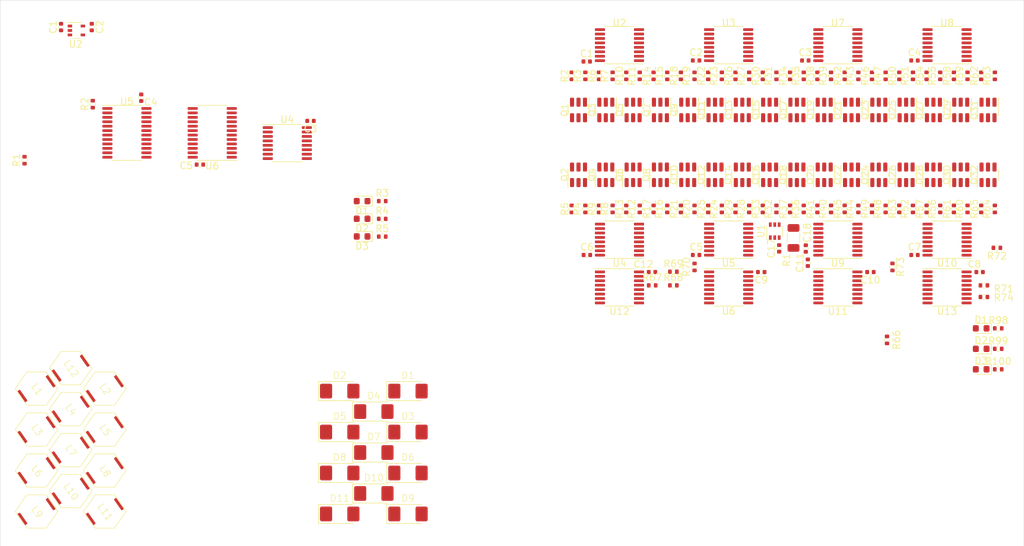
<source format=kicad_pcb>
(kicad_pcb (version 20221018) (generator pcbnew)
  (layers (0 "F.Cu" signal) (31 "B.Cu" signal) (34 "B.Paste" user) (35 "F.Paste" user) (36 "B.SilkS" user "B.Silkscreen") (37 "F.SilkS" user "F.Silkscreen") (38 "B.Mask" user) (39 "F.Mask" user) (44 "Edge.Cuts" user))
  (net 0 "")
  (footprint "Capacitor_SMD:C_0402_1005Metric" (layer "F.Cu") (at 129.97 20.8375)
    (fp_text reference "C3")
    (fp_text value "0.1u")
  )
  (footprint "Capacitor_SMD:C_0402_1005Metric" (layer "F.Cu") (at 155.51 51.8375 180)
    (fp_text reference "C8")
    (fp_text value "0.1u")
  )
  (footprint "Package_TO_SOT_SMD:TSOT-23-6" (layer "F.Cu") (at 152.74 37.5875 90)
    (fp_text reference "Q30")
    (fp_text value "~")
  )
  (footprint "Package_SO:TSSOP-16_4.4x5mm_P0.65mm" (layer "F.Cu") (at 134.74 47.0875 180)
    (fp_text reference "U9")
    (fp_text value "74HC4051")
  )
  (footprint "Resistor_SMD:R_0402_1005Metric" (layer "F.Cu") (at 103.74 23.0875 -90)
    (fp_text reference "R10")
    (fp_text value "10K")
  )
  (footprint "Touchstone:PEST_SMD" (layer "F.Cu") (at 27.331111 74.916423 -55)
    (fp_text reference "L5")
    (fp_text value "~")
  )
  (footprint "Package_TO_SOT_SMD:TSOT-23-6" (layer "F.Cu") (at 104.74 28.0875 -90)
    (fp_text reference "Q5")
    (fp_text value "~")
  )
  (footprint "Resistor_SMD:R_0402_1005Metric" (layer "F.Cu") (at 121.74 42.5875 90)
    (fp_text reference "R28")
    (fp_text value "10K")
  )
  (footprint "Package_TO_SOT_SMD:TSOT-23-6" (layer "F.Cu") (at 152.74 28.0875 -90)
    (fp_text reference "Q29")
    (fp_text value "~")
  )
  (footprint "Package_SO:TSSOP-16_4.4x5mm_P0.65mm" (layer "F.Cu") (at 150.74 54.0875)
    (fp_text reference "U13")
    (fp_text value "74HC4051")
  )
  (footprint "Resistor_SMD:R_0402_1005Metric" (layer "F.Cu") (at 95.74 42.5875 -90)
    (fp_text reference "R5")
    (fp_text value "10K")
  )
  (footprint "Resistor_SMD:R_0402_1005Metric" (layer "F.Cu") (at 105.71 42.5875 90)
    (fp_text reference "R12")
    (fp_text value "10K")
  )
  (footprint "Package_SO:TSSOP-24_4.4x7.8mm_P0.65mm" (layer "F.Cu") (at 30.57 31.44)
    (fp_text reference "U5")
    (fp_text value "TBB9548BPWR")
  )
  (footprint "Capacitor_SMD:C_0402_1005Metric" (layer "F.Cu") (at 123.51 51.8375 180)
    (fp_text reference "C9")
    (fp_text value "0.1u")
  )
  (footprint "Resistor_SMD:R_0402_1005Metric" (layer "F.Cu") (at 115.74 23.0875 -90)
    (fp_text reference "R22")
    (fp_text value "10K")
  )
  (footprint "Capacitor_SMD:C_0402_1005Metric" (layer "F.Cu") (at 20.92 15.94 -90)
    (fp_text reference "C1")
    (fp_text value "0.1u")
  )
  (footprint "Touchstone:PEST_SMD" (layer "F.Cu") (at 22.331111 71.916423 -55)
    (fp_text reference "L4")
    (fp_text value "~")
  )
  (footprint "Capacitor_SMD:C_0402_1005Metric" (layer "F.Cu") (at 32.67 26.29 -90)
    (fp_text reference "C4")
    (fp_text value "0.1u")
  )
  (footprint "Resistor_SMD:R_0402_1005Metric" (layer "F.Cu") (at 143.74 42.5775 -90)
    (fp_text reference "R53")
    (fp_text value "10K")
  )
  (footprint "Package_TO_SOT_SMD:TSOT-23-6" (layer "F.Cu") (at 120.74 37.5875 90)
    (fp_text reference "Q14")
    (fp_text value "~")
  )
  (footprint "Resistor_SMD:R_0402_1005Metric" (layer "F.Cu") (at 67.9825 41.44)
    (fp_text reference "R3")
    (fp_text value "500")
  )
  (footprint "Package_SO:TSSOP-16_4.4x5mm_P0.65mm" (layer "F.Cu") (at 150.74 47.0875 180)
    (fp_text reference "U10")
    (fp_text value "74HC4051")
  )
  (footprint "Resistor_SMD:R_0402_1005Metric" (layer "F.Cu") (at 149.74 23.0875 90)
    (fp_text reference "R55")
    (fp_text value "10K")
  )
  (footprint "Capacitor_SMD:C_0402_1005Metric" (layer "F.Cu") (at 113.97 49.3375)
    (fp_text reference "C5")
    (fp_text value "0.1u")
  )
  (footprint "Resistor_SMD:R_0402_1005Metric" (layer "F.Cu") (at 119.74 23.0875 -90)
    (fp_text reference "R26")
    (fp_text value "10K")
  )
  (footprint "Resistor_SMD:R_0402_1005Metric" (layer "F.Cu") (at 155.74 23.0875 -90)
    (fp_text reference "R62")
    (fp_text value "10K")
  )
  (footprint "Resistor_SMD:R_0402_1005Metric" (layer "F.Cu") (at 115.74 42.5875 -90)
    (fp_text reference "R25")
    (fp_text value "10K")
  )
  (footprint "Resistor_SMD:R_0402_1005Metric" (layer "F.Cu") (at 107.54 53.7875)
    (fp_text reference "R67")
    (fp_text value "10K")
  )
  (footprint "Package_SO:TSSOP-16_4.4x5mm_P0.65mm" (layer "F.Cu") (at 150.74 18.5875 180)
    (fp_text reference "U8")
    (fp_text value "74HC4051")
  )
  (footprint "Capacitor_SMD:C_0402_1005Metric" (layer "F.Cu") (at 126.14 48.3675 90)
    (fp_text reference "C17")
    (fp_text value "0.1u")
  )
  (footprint "Resistor_SMD:R_0402_1005Metric" (layer "F.Cu") (at 127.74 42.5875 -90)
    (fp_text reference "R37")
    (fp_text value "10K")
  )
  (footprint "Resistor_SMD:R_0402_1005Metric" (layer "F.Cu") (at 109.74 42.5875 90)
    (fp_text reference "R16")
    (fp_text value "10K")
  )
  (footprint "Package_TO_SOT_SMD:TSOT-23-6" (layer "F.Cu") (at 104.74 37.5875 90)
    (fp_text reference "Q6")
    (fp_text value "~")
  )
  (footprint "Package_SO:TSSOP-16_4.4x5mm_P0.65mm" (layer "F.Cu") (at 134.74 18.5875 180)
    (fp_text reference "U7")
    (fp_text value "74HC4051")
  )
  (footprint "Touchstone:PEST_SMD" (layer "F.Cu") (at 27.331111 86.916423 -55)
    (fp_text reference "L11")
    (fp_text value "~")
  )
  (footprint "Package_TO_SOT_SMD:TSOT-23-6" (layer "F.Cu") (at 96.74 37.5875 90)
    (fp_text reference "Q2")
    (fp_text value "~")
  )
  (footprint "Resistor_SMD:R_0402_1005Metric" (layer "F.Cu") (at 127.74 23.0875 -90)
    (fp_text reference "R34")
    (fp_text value "10K")
  )
  (footprint "Touchstone:PEST_SMD" (layer "F.Cu") (at 27.331111 80.916423 -55)
    (fp_text reference "L8")
    (fp_text value "~")
  )
  (footprint "Touchstone:ES2A-L Diode" (layer "F.Cu") (at 61.75 69.28)
    (fp_text reference "D2")
    (fp_text value "D")
  )
  (footprint "Resistor_SMD:R_0402_1005Metric" (layer "F.Cu") (at 139.74 23.0875 -90)
    (fp_text reference "R46")
    (fp_text value "10K")
  )
  (footprint "Resistor_SMD:R_0402_1005Metric" (layer "F.Cu") (at 107.74 42.5875 -90)
    (fp_text reference "R17")
    (fp_text value "10K")
  )
  (footprint "Resistor_SMD:R_0402_1005Metric" (layer "F.Cu") (at 110.64 53.7875)
    (fp_text reference "R68")
    (fp_text value "10K")
  )
  (footprint "Resistor_SMD:R_0402_1005Metric" (layer "F.Cu") (at 99.74 23.0875 -90)
    (fp_text reference "R6")
    (fp_text value "10K")
  )
  (footprint "Resistor_SMD:R_0402_1005Metric" (layer "F.Cu") (at 125.74 23.0875 90)
    (fp_text reference "R31")
    (fp_text value "10K")
  )
  (footprint "Touchstone:PEST_SMD" (layer "F.Cu") (at 22.331111 65.916423 -55)
    (fp_text reference "L12")
    (fp_text value "~")
  )
  (footprint "Package_TO_SOT_SMD:TSOT-23-6" (layer "F.Cu") (at 116.74 28.0875 -90)
    (fp_text reference "Q11")
    (fp_text value "~")
  )
  (footprint "Resistor_SMD:R_0402_1005Metric" (layer "F.Cu") (at 147.74 23.0875 -90)
    (fp_text reference "R54")
    (fp_text value "10K")
  )
  (footprint "Resistor_SMD:R_0402_1005Metric" (layer "F.Cu") (at 131.74 42.5875 -90)
    (fp_text reference "R41")
    (fp_text value "10K")
  )
  (footprint "Capacitor_SMD:C_0402_1005Metric" (layer "F.Cu") (at 57.47 29.69 180)
    (fp_text reference "C3")
    (fp_text value "0.1u")
  )
  (footprint "Touchstone:ES2A-L Diode" (layer "F.Cu") (at 61.75 75.28)
    (fp_text reference "D5")
    (fp_text value "D")
  )
  (footprint "Resistor_SMD:R_0402_1005Metric" (layer "F.Cu") (at 129.74 23.0875 90)
    (fp_text reference "R35")
    (fp_text value "10K")
  )
  (footprint "Resistor_SMD:R_0402_1005Metric" (layer "F.Cu") (at 113.74 42.5875 90)
    (fp_text reference "R20")
    (fp_text value "10K")
  )
  (footprint "Resistor_SMD:R_0402_1005Metric" (layer "F.Cu") (at 109.74 23.0875 90)
    (fp_text reference "R15")
    (fp_text value "10K")
  )
  (footprint "LED_SMD:LED_0603_1608Metric" (layer "F.Cu") (at 65.0325 41.44 180)
    (fp_text reference "D1")
    (fp_text value "LED")
  )
  (footprint "Resistor_SMD:R_0402_1005Metric" (layer "F.Cu") (at 111.74 23.0875 -90)
    (fp_text reference "R18")
    (fp_text value "10K")
  )
  (footprint "Resistor_SMD:R_0402_1005Metric" (layer "F.Cu") (at 135.74 42.5775 -90)
    (fp_text reference "R45")
    (fp_text value "10K")
  )
  (footprint "Package_TO_SOT_SMD:TSOT-23-6" (layer "F.Cu") (at 144.74 28.0875 -90)
    (fp_text reference "Q25")
    (fp_text value "~")
  )
  (footprint "Resistor_SMD:R_0402_1005Metric" (layer "F.Cu") (at 113.74 23.0875 90)
    (fp_text reference "R19")
    (fp_text value "10K")
  )
  (footprint "Touchstone:PEST_SMD" (layer "F.Cu") (at 17.331111 68.916423 -55)
    (fp_text reference "L1")
    (fp_text value "~")
  )
  (footprint "Touchstone:ES2A-L Diode" (layer "F.Cu") (at 71.75 87.28)
    (fp_text reference "D9")
    (fp_text value "D")
  )
  (footprint "Package_TO_SOT_SMD:TSOT-23-6" (layer "F.Cu") (at 124.74 37.5875 90)
    (fp_text reference "Q16")
    (fp_text value "~")
  )
  (footprint "Touchstone:ES2A-L Diode" (layer "F.Cu") (at 66.75 84.28)
    (fp_text reference "D10")
    (fp_text value "D")
  )
  (footprint "Touchstone:ES2A-L Diode" (layer "F.Cu") (at 71.75 69.28)
    (fp_text reference "D1")
    (fp_text value "D")
  )
  (footprint "Capacitor_SMD:C_0402_1005Metric" (layer "F.Cu") (at 97.94 20.9875)
    (fp_text reference "C1")
    (fp_text value "0.1u")
  )
  (footprint "Package_TO_SOT_SMD:TSOT-23-6" (layer "F.Cu") (at 120.74 28.0875 -90)
    (fp_text reference "Q13")
    (fp_text value "~")
  )
  (footprint "Resistor_SMD:R_0402_1005Metric" (layer "F.Cu") (at 119.74 42.5875 -90)
    (fp_text reference "R29")
    (fp_text value "10K")
  )
  (footprint "Package_SO:TSSOP-16_4.4x5mm_P0.65mm" (layer "F.Cu") (at 102.74 47.0875 180)
    (fp_text reference "U4")
    (fp_text value "74HC4051")
  )
  (footprint "Package_TO_SOT_SMD:TSOT-23-6" (layer "F.Cu") (at 148.74 37.5875 90)
    (fp_text reference "Q28")
    (fp_text value "~")
  )
  (footprint "Capacitor_SMD:C_0402_1005Metric" (layer "F.Cu") (at 41.27 36.09 180)
    (fp_text reference "C5")
    (fp_text value "0.1u")
  )
  (footprint "Resistor_SMD:R_0402_1005Metric" (layer "F.Cu") (at 67.9825 46.64)
    (fp_text reference "R5")
    (fp_text value "500")
  )
  (footprint "Resistor_SMD:R_0402_1005Metric" (layer "F.Cu") (at 135.74 23.0875 -90)
    (fp_text reference "R42")
    (fp_text value "10K")
  )
  (footprint "Resistor_SMD:R_0402_1005Metric" (layer "F.Cu") (at 158.24 63.0875)
    (fp_text reference "R99")
    (fp_text value "1.2K")
  )
  (footprint "Resistor_SMD:R_0402_1005Metric" (layer "F.Cu") (at 133.74 23.0875 90)
    (fp_text reference "R39")
    (fp_text value "10K")
  )
  (footprint "Resistor_SMD:R_0402_1005Metric" (layer "F.Cu") (at 110.64 51.7875)
    (fp_text reference "R69")
    (fp_text value "10K")
  )
  (footprint "Resistor_SMD:R_1206_3216Metric" (layer "F.Cu") (at 128.24 46.8375 -90)
    (fp_text reference "R1")
    (fp_text value "25m")
  )
  (footprint "Capacitor_SMD:C_0402_1005Metric" (layer "F.Cu") (at 107.51 51.8375 180)
    (fp_text reference "C12")
    (fp_text value "0.1u")
  )
  (footprint "LED_SMD:LED_0603_1608Metric" (layer "F.Cu") (at 65.0325 46.62 180)
    (fp_text reference "D3")
    (fp_text value "LED")
  )
  (footprint "Package_TO_SOT_SMD:TSOT-23-6" (layer "F.Cu") (at 100.74 37.5875 90)
    (fp_text reference "Q4")
    (fp_text value "~")
  )
  (footprint "Resistor_SMD:R_0402_1005Metric" (layer "F.Cu") (at 117.74 42.5875 90)
    (fp_text reference "R24")
    (fp_text value "10K")
  )
  (footprint "Resistor_SMD:R_0402_1005Metric" (layer "F.Cu") (at 107.74 23.0875 -90)
    (fp_text reference "R14")
    (fp_text value "10K")
  )
  (footprint "LED_SMD:LED_0603_1608Metric" (layer "F.Cu") (at 155.74 60.0875 180)
    (fp_text reference "D1")
    (fp_text value "LED")
  )
  (footprint "Resistor_SMD:R_0402_1005Metric" (layer "F.Cu") (at 153.74 23.0775 90)
    (fp_text reference "R59")
    (fp_text value "10K")
  )
  (footprint "Package_TO_SOT_SMD:TSOT-23-6" (layer "F.Cu") (at 148.74 28.0875 -90)
    (fp_text reference "Q27")
    (fp_text value "~")
  )
  (footprint "Package_SO:TSSOP-16_4.4x5mm_P0.65mm" (layer "F.Cu") (at 118.74 54.0875)
    (fp_text reference "U6")
    (fp_text value "74HC595")
  )
  (footprint "Touchstone:PEST_SMD" (layer "F.Cu") (at 22.331111 77.916423 -55)
    (fp_text reference "L7")
    (fp_text value "~")
  )
  (footprint "Package_TO_SOT_SMD:TSOT-23-6" (layer "F.Cu") (at 108.74 28.0875 -90)
    (fp_text reference "Q7")
    (fp_text value "~")
  )
  (footprint "Resistor_SMD:R_0402_1005Metric" (layer "F.Cu") (at 137.74 42.5875 90)
    (fp_text reference "R44")
    (fp_text value "10K")
  )
  (footprint "Resistor_SMD:R_0402_1005Metric" (layer "F.Cu") (at 117.74 23.0875 90)
    (fp_text reference "R23")
    (fp_text value "10K")
  )
  (footprint "Resistor_SMD:R_0402_1005Metric" (layer "F.Cu") (at 113.74 51.0875 90)
    (fp_text reference "R70")
    (fp_text value "10K")
  )
  (footprint "Resistor_SMD:R_0402_1005Metric" (layer "F.Cu") (at 103.74 42.5875 -90)
    (fp_text reference "R13")
    (fp_text value "10K")
  )
  (footprint "Capacitor_SMD:C_0402_1005Metric" (layer "F.Cu") (at 145.97 49.3375)
    (fp_text reference "C7")
    (fp_text value "0.1u")
  )
  (footprint "Resistor_SMD:R_0402_1005Metric" (layer "F.Cu") (at 156.14 53.7875)
    (fp_text reference "R71")
    (fp_text value "10K")
  )
  (footprint "Touchstone:PEST_SMD" (layer "F.Cu") (at 27.331111 68.916423 -55)
    (fp_text reference "L2")
    (fp_text value "~")
  )
  (footprint "Resistor_SMD:R_0402_1005Metric" (layer "F.Cu") (at 129.74 42.5875 90)
    (fp_text reference "R36")
    (fp_text value "10K")
  )
  (footprint "Package_SO:TSSOP-16_4.4x5mm_P0.65mm" (layer "F.Cu") (at 54.07 32.94)
    (fp_text reference "U4")
    (fp_text value "74HB595")
  )
  (footprint "Resistor_SMD:R_0402_1005Metric" (layer "F.Cu") (at 95.74 23.0875 -90)
    (fp_text reference "R2")
    (fp_text value "10K")
  )
  (footprint "Capacitor_SMD:C_0402_1005Metric" (layer "F.Cu") (at 130.04 48.3875 90)
    (fp_text reference "C18")
    (fp_text value "0.1u")
  )
  (footprint "Resistor_SMD:R_0402_1005Metric" (layer "F.Cu") (at 158.04 48.2875 180)
    (fp_text reference "R72")
    (fp_text value "10K")
  )
  (footprint "Resistor_SMD:R_0402_1005Metric" (layer "F.Cu") (at 121.74 23.0875 90)
    (fp_text reference "R27")
    (fp_text value "10K")
  )
  (footprint "Resistor_SMD:R_0402_1005Metric" (layer "F.Cu") (at 123.74 42.5875 -90)
    (fp_text reference "R33")
    (fp_text value "10K")
  )
  (footprint "Capacitor_SMD:C_0402_1005Metric" (layer "F.Cu") (at 113.97 20.8375)
    (fp_text reference "C2")
    (fp_text value "0.1u")
  )
  (footprint "Resistor_SMD:R_0402_1005Metric" (layer "F.Cu") (at 141.74 42.5875 90)
    (fp_text reference "R48")
    (fp_text value "10K")
  )
  (footprint "Resistor_SMD:R_0402_1005Metric" (layer "F.Cu") (at 145.74 23.0875 90)
    (fp_text reference "R51")
    (fp_text value "10K")
  )
  (footprint "Package_TO_SOT_SMD:TSOT-23-6" (layer "F.Cu") (at 112.74 28.0875 -90)
    (fp_text reference "Q9")
    (fp_text value "~")
  )
  (footprint "Resistor_SMD:R_0402_1005Metric" (layer "F.Cu") (at 141.94 61.7775 90)
    (fp_text reference "R66")
    (fp_text value "10K")
  )
  (footprint "Resistor_SMD:R_0402_1005Metric" (layer "F.Cu") (at 153.74 42.5875 90)
    (fp_text reference "R60")
    (fp_text value "10K")
  )
  (footprint "Touchstone:ES2A-L Diode" (layer "F.Cu") (at 61.75 87.28)
    (fp_text reference "D11")
    (fp_text value "D")
  )
  (footprint "Package_TO_SOT_SMD:TSOT-23-6" (layer "F.Cu") (at 156.74 28.0875 -90)
    (fp_text reference "Q31")
    (fp_text value "~")
  )
  (footprint "Package_SO:TSSOP-16_4.4x5mm_P0.65mm" (layer "F.Cu") (at 134.74 54.0875)
    (fp_text reference "U11")
    (fp_text value "74HC595")
  )
  (footprint "LED_SMD:LED_0603_1608Metric" (layer "F.Cu") (at 155.74 63.0875 180)
    (fp_text reference "D2")
    (fp_text value "LED")
  )
  (footprint "Resistor_SMD:R_0402_1005Metric" (layer "F.Cu") (at 157.74 23.0875 90)
    (fp_text reference "R63")
    (fp_text value "10K")
  )
  (footprint "Package_SO:TSSOP-16_4.4x5mm_P0.65mm" (layer "F.Cu") (at 102.74 54.0875)
    (fp_text reference "U12")
    (fp_text value "74HC4051")
  )
  (footprint "Package_SO:TSSOP-16_4.4x5mm_P0.65mm" (layer "F.Cu") (at 102.74 18.5875 180)
    (fp_text reference "U2")
    (fp_text value "74HC4051")
  )
  (footprint "Resistor_SMD:R_0402_1005Metric" (layer "F.Cu") (at 155.74 42.5875 -90)
    (fp_text reference "R65")
    (fp_text value "10K")
  )
  (footprint "Touchstone:ES2A-L Diode" (layer "F.Cu") (at 71.75 81.28)
    (fp_text reference "D6")
    (fp_text value "D")
  )
  (footprint "Resistor_SMD:R_0402_1005Metric" (layer "F.Cu") (at 25.57 27.24 90)
    (fp_text reference "R2")
    (fp_text value "500")
  )
  (footprint "Resistor_SMD:R_0402_1005Metric" (layer "F.Cu") (at 125.74 42.5875 90)
    (fp_text reference "R32")
    (fp_text value "10K")
  )
  (footprint "Resistor_SMD:R_0402_1005Metric" (layer "F.Cu") (at 143.74 23.0875 -90)
    (fp_text reference "R50")
    (fp_text value "10K")
  )
  (footprint "Package_TO_SOT_SMD:SOT-363_SC-70-6" (layer "F.Cu") (at 125.49 45.8375 90)
    (fp_text reference "U1")
    (fp_text value "INA199xxDCK")
  )
  (footprint "Touchstone:PEST_SMD" (layer "F.Cu") (at 22.331111 83.916423 -55)
    (fp_text reference "L10")
    (fp_text value "~")
  )
  (footprint "Resistor_SMD:R_0402_1005Metric" (layer "F.Cu") (at 139.74 42.5775 -90)
    (fp_text reference "R49")
    (fp_text value "10K")
  )
  (footprint "Package_TO_SOT_SMD:TSOT-23-6" (layer "F.Cu") (at 144.74 37.5875 90)
    (fp_text reference "Q26")
    (fp_text value "~")
  )
  (footprint "Resistor_SMD:R_0402_1005Metric" (layer "F.Cu") (at 151.74 42.5875 -90)
    (fp_text reference "R61")
    (fp_text value "10K")
  )
  (footprint "Resistor_SMD:R_0402_1005Metric" (layer "F.Cu") (at 101.74 23.0875 90)
    (fp_text reference "R7")
    (fp_text value "10K")
  )
  (footprint "Resistor_SMD:R_0402_1005Metric" (layer "F.Cu") (at 67.9825 44.04)
    (fp_text reference "R4")
    (fp_text value "500")
  )
  (footprint "Resistor_SMD:R_0402_1005Metric" (layer "F.Cu") (at 97.74 42.5875 90)
    (fp_text reference "R4")
    (fp_text value "10K")
  )
  (footprint "Package_TO_SOT_SMD:SOT-353_SC-70-5" (layer "F.Cu") (at 23.17 16.44)
    (fp_text reference "U2")
    (fp_text value "MIC5365-3.3YC5")
  )
  (footprint "LED_SMD:LED_0603_1608Metric" (layer "F.Cu") (at 65.0325 44.03 180)
    (fp_text reference "D2")
    (fp_text value "LED")
  )
  (footprint "Resistor_SMD:R_0402_1005Metric" (layer "F.Cu") (at 158.24 66.0875)
    (fp_text reference "R100")
    (fp_text value "1.2K")
  )
  (footprint "Package_TO_SOT_SMD:TSOT-23-6" (layer "F.Cu") (at 100.74 28.0875 -90)
    (fp_text reference "Q3")
    (fp_text value "~")
  )
  (footprint "Resistor_SMD:R_0402_1005Metric" (layer "F.Cu") (at 101.74 42.5875 90)
    (fp_text reference "R8")
    (fp_text value "10K")
  )
  (footprint "Resistor_SMD:R_0402_1005Metric" (layer "F.Cu") (at 99.74 42.5875 -90)
    (fp_text reference "R9")
    (fp_text value "10K")
  )
  (footprint "Package_TO_SOT_SMD:TSOT-23-6" (layer "F.Cu") (at 156.74 37.5875 90)
    (fp_text reference "Q32")
    (fp_text value "~")
  )
  (footprint "Package_TO_SOT_SMD:TSOT-23-6" (layer "F.Cu") (at 140.74 28.0875 -90)
    (fp_text reference "Q23")
    (fp_text value "~")
  )
  (footprint "Touchstone:PEST_SMD" (layer "F.Cu") (at 17.331111 80.916423 -55)
    (fp_text reference "L6")
    (fp_text value "~")
  )
  (footprint "Resistor_SMD:R_0402_1005Metric" (layer "F.Cu") (at 137.74 23.0875 90)
    (fp_text reference "R43")
    (fp_text value "10K")
  )
  (footprint "Package_SO:TSSOP-16_4.4x5mm_P0.65mm" (layer "F.Cu") (at 118.74 18.5875 180)
    (fp_text reference "U3")
    (fp_text value "74HC4051")
  )
  (footprint "Capacitor_SMD:C_0402_1005Metric" (layer "F.Cu") (at 145.97 20.8375)
    (fp_text reference "C4")
    (fp_text value "0.1u")
  )
  (footprint "Capacitor_SMD:C_0402_1005Metric" (layer "F.Cu") (at 130.34 50.4675 90)
    (fp_text reference "C11")
    (fp_text value "0.1u")
  )
  (footprint "Resistor_SMD:R_0402_1005Metric" (layer "F.Cu") (at 97.74 23.0875 90)
    (fp_text reference "R3")
    (fp_text value "10K")
  )
  (footprint "Resistor_SMD:R_0402_1005Metric" (layer "F.Cu") (at 15.57 35.45 90)
    (fp_text reference "R1")
    (fp_text value "500")
  )
  (footprint "Package_TO_SOT_SMD:TSOT-23-6" (layer "F.Cu") (at 128.74 37.5875 90)
    (fp_text reference "Q18")
    (fp_text value "~")
  )
  (footprint "Resistor_SMD:R_0402_1005Metric" (layer "F.Cu") (at 147.74 42.5875 -90)
    (fp_text reference "R57")
    (fp_text value "10K")
  )
  (footprint "Touchstone:PEST_SMD" (layer "F.Cu") (at 17.331111 74.916423 -55)
    (fp_text reference "L3")
    (fp_text value "~")
  )
  (footprint "Resistor_SMD:R_0402_1005Metric" (layer "F.Cu") (at 105.71 23.0875 90)
    (fp_text reference "R11")
    (fp_text value "10K")
  )
  (footprint "Package_TO_SOT_SMD:TSOT-23-6" (layer "F.Cu") (at 124.74 28.0875 -90)
    (fp_text reference "Q15")
    (fp_text value "~")
  )
  (footprint "Package_TO_SOT_SMD:TSOT-23-6" (layer "F.Cu") (at 128.74 28.0875 -90)
    (fp_text reference "Q17")
    (fp_text value "~")
  )
  (footprint "Package_TO_SOT_SMD:TSOT-23-6" (layer "F.Cu") (at 140.74 37.5875 90)
    (fp_text reference "Q24")
    (fp_text value "~")
  )
  (footprint "Capacitor_SMD:C_0402_1005Metric" (layer "F.Cu") (at 25.42 15.94 -90)
    (fp_text reference "C2")
    (fp_text value "0.1u")
  )
  (footprint "Touchstone:PEST_SMD" (layer "F.Cu") (at 17.331111 86.916423 -55)
    (fp_text reference "L9")
    (fp_text value "~")
  )
  (footprint "Resistor_SMD:R_0402_1005Metric" (layer "F.Cu") (at 151.74 23.0875 -90)
    (fp_text reference "R58")
    (fp_text value "10K")
  )
  (footprint "Resistor_SMD:R_0402_1005Metric" (layer "F.Cu") (at 141.74 23.0875 90)
    (fp_text reference "R47")
    (fp_text value "10K")
  )
  (footprint "Resistor_SMD:R_0402_1005Metric" (layer "F.Cu") (at 133.74 42.5875 90)
    (fp_text reference "R40")
    (fp_text value "10K")
  )
  (footprint "LED_SMD:LED_0603_1608Metric" (layer "F.Cu") (at 155.74 66.0875 180)
    (fp_text reference "D3")
    (fp_text value "LED")
  )
  (footprint "Touchstone:ES2A-L Diode" (layer "F.Cu") (at 66.75 72.28)
    (fp_text reference "D4")
    (fp_text value "D")
  )
  (footprint "Package_TO_SOT_SMD:TSOT-23-6" (layer "F.Cu") (at 136.74 28.0875 -90)
    (fp_text reference "Q21")
    (fp_text value "~")
  )
  (footprint "Package_SO:TSSOP-16_4.4x5mm_P0.65mm" (layer "F.Cu") (at 118.74 47.0875 180)
    (fp_text reference "U5")
    (fp_text value "74HC4051")
  )
  (footprint "Capacitor_SMD:C_0402_1005Metric" (layer "F.Cu") (at 139.51 51.8375 180)
    (fp_text reference "C10")
    (fp_text value "0.1u")
  )
  (footprint "Resistor_SMD:R_0402_1005Metric" (layer "F.Cu") (at 145.74 42.5875 90)
    (fp_text reference "R52")
    (fp_text value "10K")
  )
  (footprint "Resistor_SMD:R_0402_1005Metric" (layer "F.Cu") (at 149.74 42.5875 90)
    (fp_text reference "R56")
    (fp_text value "10K")
  )
  (footprint "Resistor_SMD:R_0402_1005Metric" (layer "F.Cu") (at 156.14 55.4875)
    (fp_text reference "R74")
    (fp_text value "10K")
  )
  (footprint "Resistor_SMD:R_0402_1005Metric" (layer "F.Cu") (at 142.74 51.0875 -90)
    (fp_text reference "R73")
    (fp_text value "10K")
  )
  (footprint "Resistor_SMD:R_0402_1005Metric" (layer "F.Cu") (at 158.24 60.0875)
    (fp_text reference "R98")
    (fp_text value "1.2K")
  )
  (footprint "Package_SO:TSSOP-24_4.4x7.8mm_P0.65mm" (layer "F.Cu") (at 43.07 31.44 180)
    (fp_text reference "U6")
    (fp_text value "TBB9548BPWR")
  )
  (footprint "Resistor_SMD:R_0402_1005Metric" (layer "F.Cu") (at 131.74 23.0875 -90)
    (fp_text reference "R38")
    (fp_text value "10K")
  )
  (footprint "Package_TO_SOT_SMD:TSOT-23-6" (layer "F.Cu") (at 116.74 37.5875 90)
    (fp_text reference "Q12")
    (fp_text value "~")
  )
  (footprint "Package_TO_SOT_SMD:TSOT-23-6" (layer "F.Cu") (at 132.74 37.5875 90)
    (fp_text reference "Q20")
    (fp_text value "~")
  )
  (footprint "Touchstone:ES2A-L Diode" (layer "F.Cu") (at 71.75 75.28)
    (fp_text reference "D3")
    (fp_text value "D")
  )
  (footprint "Touchstone:ES2A-L Diode" (layer "F.Cu") (at 61.75 81.28)
    (fp_text reference "D8")
    (fp_text value "D")
  )
  (footprint "Resistor_SMD:R_0402_1005Metric" (layer "F.Cu") (at 111.74 42.5875 -90)
    (fp_text reference "R21")
    (fp_text value "10K")
  )
  (footprint "Package_TO_SOT_SMD:TSOT-23-6" (layer "F.Cu") (at 136.74 37.5875 90)
    (fp_text reference "Q22")
    (fp_text value "~")
  )
  (footprint "Package_TO_SOT_SMD:TSOT-23-6" (layer "F.Cu") (at 108.74 37.5875 90)
    (fp_text reference "Q8")
    (fp_text value "~")
  )
  (footprint "Package_TO_SOT_SMD:TSOT-23-6" (layer "F.Cu") (at 96.74 28.0875 -90)
    (fp_text reference "Q1")
    (fp_text value "~")
  )
  (footprint "Package_TO_SOT_SMD:TSOT-23-6" (layer "F.Cu") (at 132.74 28.0875 -90)
    (fp_text reference "Q19")
    (fp_text value "~")
  )
  (footprint "Resistor_SMD:R_0402_1005Metric" (layer "F.Cu") (at 157.74 42.5875 90)
    (fp_text reference "R64")
    (fp_text value "10K")
  )
  (footprint "Package_TO_SOT_SMD:TSOT-23-6" (layer "F.Cu") (at 112.74 37.5875 90)
    (fp_text reference "Q10")
    (fp_text value "~")
  )
  (footprint "Resistor_SMD:R_0402_1005Metric" (layer "F.Cu") (at 123.74 23.0875 -90)
    (fp_text reference "R30")
    (fp_text value "10K")
  )
  (footprint "Capacitor_SMD:C_0402_1005Metric" (layer "F.Cu") (at 97.97 49.3375)
    (fp_text reference "C6")
    (fp_text value "0.1u")
  )
  (footprint "Touchstone:ES2A-L Diode" (layer "F.Cu") (at 66.75 78.28)
    (fp_text reference "D7")
    (fp_text value "D")
  )
  (gr_rect (start 12 12) (end 162 92) (stroke (width 0.05)) (fill none) (layer "Edge.Cuts"))
)
</source>
